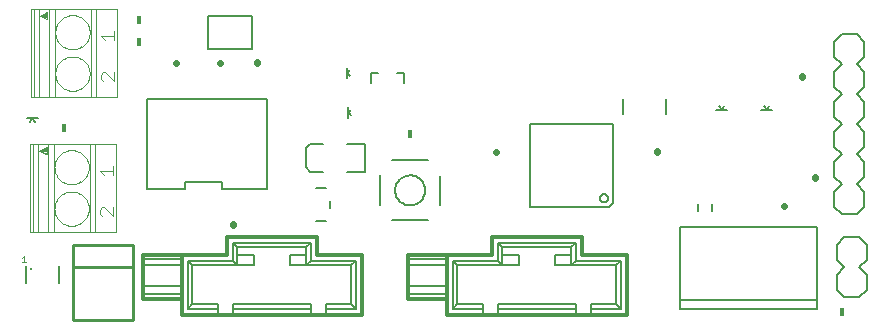
<source format=gto>
G75*
%MOIN*%
%OFA0B0*%
%FSLAX24Y24*%
%IPPOS*%
%LPD*%
%AMOC8*
5,1,8,0,0,1.08239X$1,22.5*
%
%ADD10C,0.0060*%
%ADD11C,0.0220*%
%ADD12C,0.0080*%
%ADD13C,0.0120*%
%ADD14C,0.0050*%
%ADD15C,0.0100*%
%ADD16R,0.0180X0.0300*%
%ADD17C,0.0040*%
%ADD18C,0.0118*%
%ADD19C,0.0030*%
D10*
X017590Y004200D02*
X020210Y004200D01*
X020350Y004340D01*
X020350Y006960D01*
X017590Y006960D01*
X017590Y004200D01*
X019909Y004500D02*
X019911Y004523D01*
X019917Y004546D01*
X019926Y004567D01*
X019939Y004587D01*
X019955Y004604D01*
X019973Y004618D01*
X019993Y004629D01*
X020015Y004637D01*
X020038Y004641D01*
X020062Y004641D01*
X020085Y004637D01*
X020107Y004629D01*
X020127Y004618D01*
X020145Y004604D01*
X020161Y004587D01*
X020174Y004567D01*
X020183Y004546D01*
X020189Y004523D01*
X020191Y004500D01*
X020189Y004477D01*
X020183Y004454D01*
X020174Y004433D01*
X020161Y004413D01*
X020145Y004396D01*
X020127Y004382D01*
X020107Y004371D01*
X020085Y004363D01*
X020062Y004359D01*
X020038Y004359D01*
X020015Y004363D01*
X019993Y004371D01*
X019973Y004382D01*
X019955Y004396D01*
X019939Y004413D01*
X019926Y004433D01*
X019917Y004454D01*
X019911Y004477D01*
X019909Y004500D01*
X023174Y004308D02*
X023174Y004072D01*
X023646Y004072D02*
X023646Y004308D01*
D11*
X026038Y004250D02*
X026062Y004250D01*
X027090Y005188D02*
X027090Y005212D01*
X021810Y006038D02*
X021810Y006062D01*
X016462Y006030D02*
X016438Y006030D01*
X008480Y009008D02*
X008480Y009032D01*
X007240Y008998D02*
X007240Y009022D01*
X005770Y008998D02*
X005770Y009022D01*
X007670Y003642D02*
X007670Y003618D01*
X026650Y008548D02*
X026650Y008572D01*
D12*
X027720Y008710D02*
X027720Y008210D01*
X027970Y007960D01*
X027720Y007710D01*
X027720Y007210D01*
X027970Y006960D01*
X027720Y006710D01*
X027720Y006210D01*
X027970Y005960D01*
X027720Y005710D01*
X027720Y005210D01*
X027970Y004960D01*
X027720Y004710D01*
X027720Y004210D01*
X027970Y003960D01*
X028470Y003960D01*
X028720Y004210D01*
X028720Y004710D01*
X028470Y004960D01*
X028720Y005210D01*
X028720Y005710D01*
X028470Y005960D01*
X028720Y006210D01*
X028720Y006710D01*
X028470Y006960D01*
X028720Y007210D01*
X028720Y007710D01*
X028470Y007960D01*
X028720Y008210D01*
X028720Y008710D01*
X028470Y008960D01*
X028720Y009210D01*
X028720Y009710D01*
X028470Y009960D01*
X027970Y009960D01*
X027720Y009710D01*
X027720Y009210D01*
X027970Y008960D01*
X027720Y008710D01*
X025556Y007565D02*
X025480Y007449D01*
X025470Y007443D02*
X025378Y007565D01*
X025289Y007443D02*
X025470Y007443D01*
X025651Y007443D01*
X024151Y007443D02*
X023970Y007443D01*
X023878Y007565D01*
X023789Y007443D02*
X023970Y007443D01*
X023980Y007449D02*
X024056Y007565D01*
X022099Y007806D02*
X022099Y007294D01*
X020681Y007294D02*
X020681Y007806D01*
X014186Y005760D02*
X012974Y005760D01*
X012074Y005378D02*
X011484Y005378D01*
X012074Y005378D02*
X012074Y006322D01*
X011484Y006322D01*
X010696Y006322D02*
X010263Y006322D01*
X010106Y006165D01*
X010106Y005535D01*
X010263Y005378D01*
X010696Y005378D01*
X010769Y004850D02*
X010431Y004850D01*
X010919Y004396D02*
X010919Y004184D01*
X010769Y003730D02*
X010431Y003730D01*
X012580Y004272D02*
X012580Y005260D01*
X013080Y004760D02*
X013082Y004804D01*
X013088Y004848D01*
X013098Y004891D01*
X013111Y004933D01*
X013128Y004974D01*
X013149Y005013D01*
X013173Y005050D01*
X013200Y005085D01*
X013230Y005117D01*
X013263Y005147D01*
X013299Y005173D01*
X013336Y005197D01*
X013376Y005216D01*
X013417Y005233D01*
X013460Y005245D01*
X013503Y005254D01*
X013547Y005259D01*
X013591Y005260D01*
X013635Y005257D01*
X013679Y005250D01*
X013722Y005239D01*
X013764Y005225D01*
X013804Y005207D01*
X013843Y005185D01*
X013879Y005161D01*
X013913Y005133D01*
X013945Y005102D01*
X013974Y005068D01*
X014000Y005032D01*
X014022Y004994D01*
X014041Y004954D01*
X014056Y004912D01*
X014068Y004870D01*
X014076Y004826D01*
X014080Y004782D01*
X014080Y004738D01*
X014076Y004694D01*
X014068Y004650D01*
X014056Y004608D01*
X014041Y004566D01*
X014022Y004526D01*
X014000Y004488D01*
X013974Y004452D01*
X013945Y004418D01*
X013913Y004387D01*
X013879Y004359D01*
X013843Y004335D01*
X013804Y004313D01*
X013764Y004295D01*
X013722Y004281D01*
X013679Y004270D01*
X013635Y004263D01*
X013591Y004260D01*
X013547Y004261D01*
X013503Y004266D01*
X013460Y004275D01*
X013417Y004287D01*
X013376Y004304D01*
X013336Y004323D01*
X013299Y004347D01*
X013263Y004373D01*
X013230Y004403D01*
X013200Y004435D01*
X013173Y004470D01*
X013149Y004507D01*
X013128Y004546D01*
X013111Y004587D01*
X013098Y004629D01*
X013088Y004672D01*
X013082Y004716D01*
X013080Y004760D01*
X014580Y005248D02*
X014580Y004272D01*
X014186Y003760D02*
X012974Y003760D01*
X013510Y002470D02*
X014810Y002470D01*
X014810Y002270D02*
X013510Y002270D01*
X013530Y001570D02*
X014830Y001570D01*
X014810Y001300D02*
X013510Y001300D01*
X006000Y001570D02*
X004700Y001570D01*
X004680Y001300D02*
X005980Y001300D01*
X005980Y002270D02*
X004680Y002270D01*
X004680Y002470D02*
X005980Y002470D01*
X001082Y007045D02*
X000990Y007167D01*
X000809Y007167D01*
X000904Y007045D02*
X000980Y007161D01*
X000990Y007167D02*
X001171Y007167D01*
X011473Y008489D02*
X011473Y008670D01*
X011595Y008762D01*
X011473Y008851D02*
X011473Y008670D01*
X011479Y008660D02*
X011595Y008584D01*
X012289Y008656D02*
X012289Y008341D01*
X012289Y008656D02*
X012525Y008656D01*
X013155Y008656D02*
X013391Y008656D01*
X013391Y008341D01*
X011503Y007531D02*
X011503Y007350D01*
X011625Y007442D01*
X011503Y007350D02*
X011503Y007169D01*
X011625Y007264D02*
X011509Y007340D01*
X022574Y003549D02*
X022574Y001108D01*
X027141Y001108D01*
X027141Y000793D01*
X022574Y000793D01*
X022574Y001108D01*
X027141Y001108D02*
X027141Y003549D01*
X022574Y003549D01*
X027810Y002940D02*
X027810Y002440D01*
X028060Y002190D01*
X027810Y001940D01*
X027810Y001440D01*
X028060Y001190D01*
X028560Y001190D01*
X028810Y001440D01*
X028810Y001940D01*
X028560Y002190D01*
X028810Y002440D01*
X028810Y002940D01*
X028560Y003190D01*
X028060Y003190D01*
X027810Y002940D01*
D13*
X020810Y002620D02*
X020810Y000620D01*
X019610Y000620D01*
X019110Y000620D01*
X016510Y000620D01*
X016010Y000620D01*
X014810Y000620D01*
X014810Y002620D01*
X013510Y002620D01*
X013510Y002470D01*
X013510Y002270D01*
X013510Y001150D01*
X014810Y001150D01*
X011980Y000620D02*
X010780Y000620D01*
X010280Y000620D01*
X007680Y000620D01*
X007180Y000620D01*
X005980Y000620D01*
X005980Y002620D01*
X004680Y002620D01*
X004680Y002470D01*
X004680Y002270D01*
X004680Y001150D01*
X005980Y001150D01*
X005980Y002620D02*
X007480Y002620D01*
X007480Y003220D01*
X010480Y003220D01*
X010480Y002620D01*
X011980Y002620D01*
X011980Y000620D01*
X014810Y002620D02*
X016310Y002620D01*
X016310Y003220D01*
X019310Y003220D01*
X019310Y002620D01*
X020810Y002620D01*
D14*
X020610Y002420D02*
X020460Y002270D01*
X018960Y002270D01*
X018410Y002270D01*
X018410Y002620D01*
X018960Y002620D01*
X018960Y002270D01*
X019110Y002420D01*
X019110Y003020D01*
X018960Y002870D01*
X018960Y002620D01*
X019110Y002420D02*
X020610Y002420D01*
X020610Y000820D01*
X019610Y000820D01*
X019610Y000620D01*
X019610Y000820D02*
X019610Y000970D01*
X020460Y000970D01*
X020610Y000820D01*
X020460Y000970D02*
X020460Y002270D01*
X018960Y002870D02*
X016660Y002870D01*
X016510Y003020D01*
X016510Y002420D01*
X016660Y002270D01*
X017210Y002270D01*
X017210Y002620D01*
X016660Y002620D01*
X016660Y002870D01*
X016510Y003020D02*
X019110Y003020D01*
X016660Y002620D02*
X016660Y002270D01*
X015160Y002270D01*
X015010Y002420D01*
X016510Y002420D01*
X015160Y002270D02*
X015160Y000970D01*
X015010Y000820D01*
X016010Y000820D01*
X016010Y000620D01*
X016010Y000820D02*
X016010Y000970D01*
X015160Y000970D01*
X015010Y000820D02*
X015010Y002420D01*
X011780Y002420D02*
X011630Y002270D01*
X010130Y002270D01*
X009580Y002270D01*
X009580Y002620D01*
X010130Y002620D01*
X010130Y002270D01*
X010280Y002420D01*
X010280Y003020D01*
X010130Y002870D01*
X010130Y002620D01*
X010280Y002420D02*
X011780Y002420D01*
X011780Y000820D01*
X010780Y000820D01*
X010780Y000620D01*
X010780Y000820D02*
X010780Y000970D01*
X011630Y000970D01*
X011780Y000820D01*
X011630Y000970D02*
X011630Y002270D01*
X010130Y002870D02*
X007830Y002870D01*
X007680Y003020D01*
X007680Y002420D01*
X007830Y002270D01*
X008380Y002270D01*
X008380Y002620D01*
X007830Y002620D01*
X007830Y002870D01*
X007680Y003020D02*
X010280Y003020D01*
X007830Y002620D02*
X007830Y002270D01*
X006330Y002270D01*
X006180Y002420D01*
X007680Y002420D01*
X006330Y002270D02*
X006330Y000970D01*
X006180Y000820D01*
X007180Y000820D01*
X007180Y000620D01*
X007180Y000820D02*
X007180Y000970D01*
X006330Y000970D01*
X006180Y000820D02*
X006180Y002420D01*
X007680Y000970D02*
X007680Y000820D01*
X007680Y000620D01*
X007680Y000820D02*
X010280Y000820D01*
X010280Y000620D01*
X010280Y000820D02*
X010280Y000970D01*
X007680Y000970D01*
X001871Y001665D02*
X001871Y002255D01*
X000769Y002255D02*
X000769Y001665D01*
X004830Y004790D02*
X006080Y004790D01*
X006080Y005040D01*
X007330Y005040D01*
X007330Y004790D01*
X008830Y004790D01*
X008830Y007790D01*
X004830Y007790D01*
X004830Y004790D01*
X016510Y000970D02*
X016510Y000820D01*
X016510Y000620D01*
X016510Y000820D02*
X019110Y000820D01*
X019110Y000620D01*
X019110Y000820D02*
X019110Y000970D01*
X016510Y000970D01*
X008328Y009469D02*
X006832Y009469D01*
X006832Y010571D01*
X008328Y010571D01*
X008328Y009469D01*
D15*
X002340Y002200D02*
X002340Y000450D01*
X004340Y000450D01*
X004340Y002200D01*
X002340Y002200D01*
X002340Y002950D01*
X004340Y002950D01*
X004340Y002200D01*
D16*
X013590Y006640D03*
X004560Y009710D03*
X004550Y010440D03*
X002040Y006840D03*
X027990Y000690D03*
D17*
X003777Y003364D02*
X003093Y003364D01*
X002906Y003364D01*
X002906Y006316D01*
X001704Y006316D01*
X001514Y006316D01*
X001194Y006316D01*
X001021Y006316D01*
X000903Y006316D01*
X000903Y003364D01*
X001021Y003364D01*
X001194Y003364D01*
X001194Y006316D01*
X001021Y006316D02*
X001021Y003364D01*
X001194Y003364D02*
X001514Y003364D01*
X001704Y003364D01*
X001704Y006316D01*
X001514Y006316D02*
X001514Y003364D01*
X001704Y003364D02*
X002906Y003364D01*
X003093Y003364D02*
X003093Y006316D01*
X002906Y006316D01*
X003093Y006316D02*
X003777Y006316D01*
X003777Y003364D01*
X002581Y003676D02*
X002578Y003679D01*
X003235Y003967D02*
X003311Y003891D01*
X003235Y003967D02*
X003235Y004121D01*
X003311Y004198D01*
X003388Y004198D01*
X003695Y003891D01*
X003695Y004198D01*
X001730Y004151D02*
X001732Y004198D01*
X001738Y004245D01*
X001747Y004291D01*
X001761Y004336D01*
X001778Y004380D01*
X001799Y004423D01*
X001823Y004463D01*
X001850Y004502D01*
X001881Y004538D01*
X001914Y004571D01*
X001950Y004602D01*
X001989Y004629D01*
X002029Y004653D01*
X002072Y004674D01*
X002116Y004691D01*
X002161Y004705D01*
X002207Y004714D01*
X002254Y004720D01*
X002301Y004722D01*
X002348Y004720D01*
X002395Y004714D01*
X002441Y004705D01*
X002486Y004691D01*
X002530Y004674D01*
X002573Y004653D01*
X002613Y004629D01*
X002652Y004602D01*
X002688Y004571D01*
X002721Y004538D01*
X002752Y004502D01*
X002779Y004463D01*
X002803Y004423D01*
X002824Y004380D01*
X002841Y004336D01*
X002855Y004291D01*
X002864Y004245D01*
X002870Y004198D01*
X002872Y004151D01*
X002870Y004104D01*
X002864Y004057D01*
X002855Y004011D01*
X002841Y003966D01*
X002824Y003922D01*
X002803Y003879D01*
X002779Y003839D01*
X002752Y003800D01*
X002721Y003764D01*
X002688Y003731D01*
X002652Y003700D01*
X002613Y003673D01*
X002573Y003649D01*
X002530Y003628D01*
X002486Y003611D01*
X002441Y003597D01*
X002395Y003588D01*
X002348Y003582D01*
X002301Y003580D01*
X002254Y003582D01*
X002207Y003588D01*
X002161Y003597D01*
X002116Y003611D01*
X002072Y003628D01*
X002029Y003649D01*
X001989Y003673D01*
X001950Y003700D01*
X001914Y003731D01*
X001881Y003764D01*
X001850Y003800D01*
X001823Y003839D01*
X001799Y003879D01*
X001778Y003922D01*
X001761Y003966D01*
X001747Y004011D01*
X001738Y004057D01*
X001732Y004104D01*
X001730Y004151D01*
X002581Y005054D02*
X002578Y005057D01*
X003235Y005419D02*
X003695Y005419D01*
X003695Y005266D02*
X003695Y005573D01*
X003388Y005266D02*
X003235Y005419D01*
X001730Y005529D02*
X001732Y005576D01*
X001738Y005623D01*
X001747Y005669D01*
X001761Y005714D01*
X001778Y005758D01*
X001799Y005801D01*
X001823Y005841D01*
X001850Y005880D01*
X001881Y005916D01*
X001914Y005949D01*
X001950Y005980D01*
X001989Y006007D01*
X002029Y006031D01*
X002072Y006052D01*
X002116Y006069D01*
X002161Y006083D01*
X002207Y006092D01*
X002254Y006098D01*
X002301Y006100D01*
X002348Y006098D01*
X002395Y006092D01*
X002441Y006083D01*
X002486Y006069D01*
X002530Y006052D01*
X002573Y006031D01*
X002613Y006007D01*
X002652Y005980D01*
X002688Y005949D01*
X002721Y005916D01*
X002752Y005880D01*
X002779Y005841D01*
X002803Y005801D01*
X002824Y005758D01*
X002841Y005714D01*
X002855Y005669D01*
X002864Y005623D01*
X002870Y005576D01*
X002872Y005529D01*
X002870Y005482D01*
X002864Y005435D01*
X002855Y005389D01*
X002841Y005344D01*
X002824Y005300D01*
X002803Y005257D01*
X002779Y005217D01*
X002752Y005178D01*
X002721Y005142D01*
X002688Y005109D01*
X002652Y005078D01*
X002613Y005051D01*
X002573Y005027D01*
X002530Y005006D01*
X002486Y004989D01*
X002441Y004975D01*
X002395Y004966D01*
X002348Y004960D01*
X002301Y004958D01*
X002254Y004960D01*
X002207Y004966D01*
X002161Y004975D01*
X002116Y004989D01*
X002072Y005006D01*
X002029Y005027D01*
X001989Y005051D01*
X001950Y005078D01*
X001914Y005109D01*
X001881Y005142D01*
X001850Y005178D01*
X001823Y005217D01*
X001799Y005257D01*
X001778Y005300D01*
X001761Y005344D01*
X001747Y005389D01*
X001738Y005435D01*
X001732Y005482D01*
X001730Y005529D01*
X001465Y005956D02*
X001215Y006081D01*
X001465Y006206D01*
X001465Y005956D01*
X001465Y005982D02*
X001413Y005982D01*
X001465Y006021D02*
X001336Y006021D01*
X001259Y006059D02*
X001465Y006059D01*
X001465Y006098D02*
X001248Y006098D01*
X001325Y006136D02*
X001465Y006136D01*
X001465Y006175D02*
X001402Y006175D01*
X001544Y007864D02*
X001224Y007864D01*
X001051Y007864D01*
X001051Y010816D01*
X001224Y010816D01*
X001224Y007864D01*
X001051Y007864D02*
X000933Y007864D01*
X000933Y010816D01*
X001051Y010816D01*
X001224Y010816D02*
X001544Y010816D01*
X001734Y010816D01*
X001734Y007864D01*
X001544Y007864D01*
X001544Y010816D01*
X001495Y010706D02*
X001495Y010456D01*
X001245Y010581D01*
X001495Y010706D01*
X001495Y010679D02*
X001441Y010679D01*
X001495Y010641D02*
X001364Y010641D01*
X001287Y010602D02*
X001495Y010602D01*
X001495Y010564D02*
X001280Y010564D01*
X001357Y010525D02*
X001495Y010525D01*
X001495Y010487D02*
X001434Y010487D01*
X001734Y010816D02*
X002936Y010816D01*
X002936Y007864D01*
X003123Y007864D01*
X003807Y007864D01*
X003807Y010816D01*
X003123Y010816D01*
X003123Y007864D01*
X002936Y007864D02*
X001734Y007864D01*
X002608Y008179D02*
X002611Y008176D01*
X003265Y008467D02*
X003341Y008391D01*
X003265Y008467D02*
X003265Y008621D01*
X003341Y008698D01*
X003418Y008698D01*
X003725Y008391D01*
X003725Y008698D01*
X001760Y008651D02*
X001762Y008698D01*
X001768Y008745D01*
X001777Y008791D01*
X001791Y008836D01*
X001808Y008880D01*
X001829Y008923D01*
X001853Y008963D01*
X001880Y009002D01*
X001911Y009038D01*
X001944Y009071D01*
X001980Y009102D01*
X002019Y009129D01*
X002059Y009153D01*
X002102Y009174D01*
X002146Y009191D01*
X002191Y009205D01*
X002237Y009214D01*
X002284Y009220D01*
X002331Y009222D01*
X002378Y009220D01*
X002425Y009214D01*
X002471Y009205D01*
X002516Y009191D01*
X002560Y009174D01*
X002603Y009153D01*
X002643Y009129D01*
X002682Y009102D01*
X002718Y009071D01*
X002751Y009038D01*
X002782Y009002D01*
X002809Y008963D01*
X002833Y008923D01*
X002854Y008880D01*
X002871Y008836D01*
X002885Y008791D01*
X002894Y008745D01*
X002900Y008698D01*
X002902Y008651D01*
X002900Y008604D01*
X002894Y008557D01*
X002885Y008511D01*
X002871Y008466D01*
X002854Y008422D01*
X002833Y008379D01*
X002809Y008339D01*
X002782Y008300D01*
X002751Y008264D01*
X002718Y008231D01*
X002682Y008200D01*
X002643Y008173D01*
X002603Y008149D01*
X002560Y008128D01*
X002516Y008111D01*
X002471Y008097D01*
X002425Y008088D01*
X002378Y008082D01*
X002331Y008080D01*
X002284Y008082D01*
X002237Y008088D01*
X002191Y008097D01*
X002146Y008111D01*
X002102Y008128D01*
X002059Y008149D01*
X002019Y008173D01*
X001980Y008200D01*
X001944Y008231D01*
X001911Y008264D01*
X001880Y008300D01*
X001853Y008339D01*
X001829Y008379D01*
X001808Y008422D01*
X001791Y008466D01*
X001777Y008511D01*
X001768Y008557D01*
X001762Y008604D01*
X001760Y008651D01*
X002611Y009554D02*
X002608Y009557D01*
X003265Y009919D02*
X003725Y009919D01*
X003725Y009766D02*
X003725Y010073D01*
X003418Y009766D02*
X003265Y009919D01*
X001760Y010029D02*
X001762Y010076D01*
X001768Y010123D01*
X001777Y010169D01*
X001791Y010214D01*
X001808Y010258D01*
X001829Y010301D01*
X001853Y010341D01*
X001880Y010380D01*
X001911Y010416D01*
X001944Y010449D01*
X001980Y010480D01*
X002019Y010507D01*
X002059Y010531D01*
X002102Y010552D01*
X002146Y010569D01*
X002191Y010583D01*
X002237Y010592D01*
X002284Y010598D01*
X002331Y010600D01*
X002378Y010598D01*
X002425Y010592D01*
X002471Y010583D01*
X002516Y010569D01*
X002560Y010552D01*
X002603Y010531D01*
X002643Y010507D01*
X002682Y010480D01*
X002718Y010449D01*
X002751Y010416D01*
X002782Y010380D01*
X002809Y010341D01*
X002833Y010301D01*
X002854Y010258D01*
X002871Y010214D01*
X002885Y010169D01*
X002894Y010123D01*
X002900Y010076D01*
X002902Y010029D01*
X002900Y009982D01*
X002894Y009935D01*
X002885Y009889D01*
X002871Y009844D01*
X002854Y009800D01*
X002833Y009757D01*
X002809Y009717D01*
X002782Y009678D01*
X002751Y009642D01*
X002718Y009609D01*
X002682Y009578D01*
X002643Y009551D01*
X002603Y009527D01*
X002560Y009506D01*
X002516Y009489D01*
X002471Y009475D01*
X002425Y009466D01*
X002378Y009460D01*
X002331Y009458D01*
X002284Y009460D01*
X002237Y009466D01*
X002191Y009475D01*
X002146Y009489D01*
X002102Y009506D01*
X002059Y009527D01*
X002019Y009551D01*
X001980Y009578D01*
X001944Y009609D01*
X001911Y009642D01*
X001880Y009678D01*
X001853Y009717D01*
X001829Y009757D01*
X001808Y009800D01*
X001791Y009844D01*
X001777Y009889D01*
X001768Y009935D01*
X001762Y009982D01*
X001760Y010029D01*
X002936Y010816D02*
X003123Y010816D01*
D18*
X000946Y002142D03*
D19*
X000775Y002375D02*
X000635Y002375D01*
X000705Y002375D02*
X000705Y002585D01*
X000635Y002515D01*
M02*

</source>
